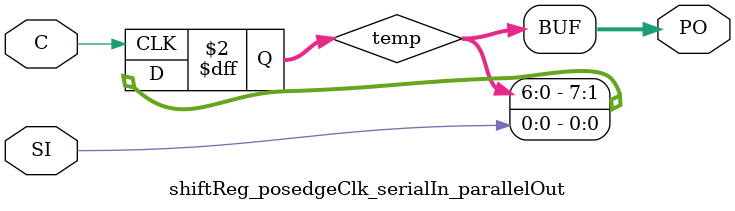
<source format=v>
`timescale 1ns / 1ps

module shiftReg_posedgeClk_serialIn_parallelOut(
    input C,
    input SI,
    output [7:0] PO
    );
	 
	 reg [7:0] temp;
	 
	 always @ (posedge C) begin
		temp <= {temp[6:0], SI};
	 end
	 
	 assign PO = temp;      // 8 CLB will be used


endmodule

</source>
